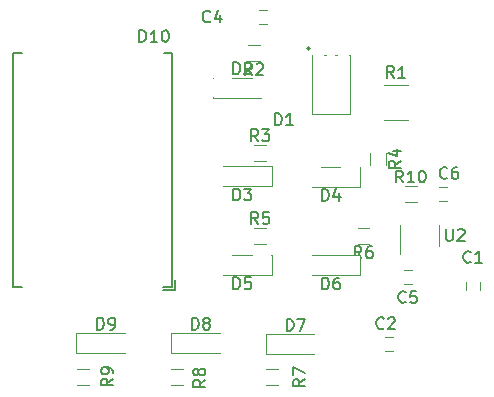
<source format=gto>
G04 #@! TF.GenerationSoftware,KiCad,Pcbnew,(5.1.9)-1*
G04 #@! TF.CreationDate,2021-02-18T19:59:53-05:00*
G04 #@! TF.ProjectId,Dash_Warning_Panel,44617368-5f57-4617-926e-696e675f5061,rev?*
G04 #@! TF.SameCoordinates,Original*
G04 #@! TF.FileFunction,Legend,Top*
G04 #@! TF.FilePolarity,Positive*
%FSLAX46Y46*%
G04 Gerber Fmt 4.6, Leading zero omitted, Abs format (unit mm)*
G04 Created by KiCad (PCBNEW (5.1.9)-1) date 2021-02-18 19:59:53*
%MOMM*%
%LPD*%
G01*
G04 APERTURE LIST*
%ADD10C,0.200000*%
%ADD11C,0.120000*%
%ADD12C,0.150000*%
%ADD13C,1.701600*%
%ADD14C,1.351600*%
%ADD15C,2.301600*%
G04 APERTURE END LIST*
D10*
X203195000Y-114152000D02*
G75*
G03*
X203195000Y-114152000I-100000J0D01*
G01*
D11*
X203400000Y-114700000D02*
X203400000Y-119700000D01*
X206600000Y-114700000D02*
X206600000Y-119700000D01*
X206600000Y-114700000D02*
X203400000Y-114700000D01*
X203400000Y-119700000D02*
X206600000Y-119700000D01*
X209500000Y-117270000D02*
X211500000Y-117270000D01*
X211500000Y-120230000D02*
X209500000Y-120230000D01*
D12*
X190881000Y-114554000D02*
X191516000Y-114554000D01*
X191516000Y-114554000D02*
X191516000Y-134366000D01*
X191516000Y-134366000D02*
X190754000Y-134366000D01*
X190754000Y-134620000D02*
X191770000Y-134620000D01*
X191770000Y-134620000D02*
X191770000Y-133731000D01*
X178816000Y-134366000D02*
X178054000Y-134366000D01*
X178054000Y-134366000D02*
X178054000Y-114554000D01*
X178054000Y-114554000D02*
X178816000Y-114554000D01*
D11*
X216400000Y-134600000D02*
X216400000Y-133900000D01*
X217600000Y-133900000D02*
X217600000Y-134600000D01*
X209550000Y-138600000D02*
X210250000Y-138600000D01*
X210250000Y-139800000D02*
X209550000Y-139800000D01*
X198900000Y-110900000D02*
X199600000Y-110900000D01*
X199600000Y-112100000D02*
X198900000Y-112100000D01*
X211150000Y-132900000D02*
X211850000Y-132900000D01*
X211850000Y-134100000D02*
X211150000Y-134100000D01*
X214850000Y-127100000D02*
X214150000Y-127100000D01*
X214150000Y-125900000D02*
X214850000Y-125900000D01*
X214110000Y-130900000D02*
X214110000Y-129100000D01*
X210890000Y-129100000D02*
X210890000Y-131550000D01*
X195035000Y-116625000D02*
X199085000Y-116625000D01*
X195035000Y-118325000D02*
X199085000Y-118325000D01*
X194985000Y-116625000D02*
X194985000Y-118325000D01*
X199985000Y-125825000D02*
X199985000Y-124125000D01*
X199935000Y-124125000D02*
X195885000Y-124125000D01*
X199935000Y-125825000D02*
X195885000Y-125825000D01*
X207450000Y-125850000D02*
X203400000Y-125850000D01*
X207450000Y-124150000D02*
X203400000Y-124150000D01*
X207500000Y-125850000D02*
X207500000Y-124150000D01*
X199985000Y-133325000D02*
X199985000Y-131625000D01*
X199935000Y-131625000D02*
X195885000Y-131625000D01*
X199935000Y-133325000D02*
X195885000Y-133325000D01*
X207500000Y-133350000D02*
X207500000Y-131650000D01*
X207450000Y-131650000D02*
X203400000Y-131650000D01*
X207450000Y-133350000D02*
X203400000Y-133350000D01*
X199550000Y-138350000D02*
X203600000Y-138350000D01*
X199550000Y-140050000D02*
X203600000Y-140050000D01*
X199500000Y-138350000D02*
X199500000Y-140050000D01*
X191475000Y-138250000D02*
X191475000Y-139950000D01*
X191525000Y-139950000D02*
X195575000Y-139950000D01*
X191525000Y-138250000D02*
X195575000Y-138250000D01*
X183500000Y-138250000D02*
X187550000Y-138250000D01*
X183500000Y-139950000D02*
X187550000Y-139950000D01*
X183450000Y-138250000D02*
X183450000Y-139950000D01*
X199000000Y-115180000D02*
X198000000Y-115180000D01*
X198000000Y-113820000D02*
X199000000Y-113820000D01*
X198500000Y-122320000D02*
X199500000Y-122320000D01*
X199500000Y-123680000D02*
X198500000Y-123680000D01*
X209680000Y-123000000D02*
X209680000Y-124000000D01*
X208320000Y-124000000D02*
X208320000Y-123000000D01*
X199500000Y-130680000D02*
X198500000Y-130680000D01*
X198500000Y-129320000D02*
X199500000Y-129320000D01*
X207250000Y-129320000D02*
X208250000Y-129320000D01*
X208250000Y-130680000D02*
X207250000Y-130680000D01*
X199500000Y-141320000D02*
X200500000Y-141320000D01*
X200500000Y-142680000D02*
X199500000Y-142680000D01*
X192500000Y-142680000D02*
X191500000Y-142680000D01*
X191500000Y-141320000D02*
X192500000Y-141320000D01*
X184500000Y-142680000D02*
X183500000Y-142680000D01*
X183500000Y-141320000D02*
X184500000Y-141320000D01*
X211250000Y-125820000D02*
X212250000Y-125820000D01*
X212250000Y-127180000D02*
X211250000Y-127180000D01*
D12*
X200261904Y-120652380D02*
X200261904Y-119652380D01*
X200500000Y-119652380D01*
X200642857Y-119700000D01*
X200738095Y-119795238D01*
X200785714Y-119890476D01*
X200833333Y-120080952D01*
X200833333Y-120223809D01*
X200785714Y-120414285D01*
X200738095Y-120509523D01*
X200642857Y-120604761D01*
X200500000Y-120652380D01*
X200261904Y-120652380D01*
X201785714Y-120652380D02*
X201214285Y-120652380D01*
X201500000Y-120652380D02*
X201500000Y-119652380D01*
X201404761Y-119795238D01*
X201309523Y-119890476D01*
X201214285Y-119938095D01*
X210333333Y-116657380D02*
X210000000Y-116181190D01*
X209761904Y-116657380D02*
X209761904Y-115657380D01*
X210142857Y-115657380D01*
X210238095Y-115705000D01*
X210285714Y-115752619D01*
X210333333Y-115847857D01*
X210333333Y-115990714D01*
X210285714Y-116085952D01*
X210238095Y-116133571D01*
X210142857Y-116181190D01*
X209761904Y-116181190D01*
X211285714Y-116657380D02*
X210714285Y-116657380D01*
X211000000Y-116657380D02*
X211000000Y-115657380D01*
X210904761Y-115800238D01*
X210809523Y-115895476D01*
X210714285Y-115943095D01*
X188777714Y-113609380D02*
X188777714Y-112609380D01*
X189015809Y-112609380D01*
X189158666Y-112657000D01*
X189253904Y-112752238D01*
X189301523Y-112847476D01*
X189349142Y-113037952D01*
X189349142Y-113180809D01*
X189301523Y-113371285D01*
X189253904Y-113466523D01*
X189158666Y-113561761D01*
X189015809Y-113609380D01*
X188777714Y-113609380D01*
X190301523Y-113609380D02*
X189730095Y-113609380D01*
X190015809Y-113609380D02*
X190015809Y-112609380D01*
X189920571Y-112752238D01*
X189825333Y-112847476D01*
X189730095Y-112895095D01*
X190920571Y-112609380D02*
X191015809Y-112609380D01*
X191111047Y-112657000D01*
X191158666Y-112704619D01*
X191206285Y-112799857D01*
X191253904Y-112990333D01*
X191253904Y-113228428D01*
X191206285Y-113418904D01*
X191158666Y-113514142D01*
X191111047Y-113561761D01*
X191015809Y-113609380D01*
X190920571Y-113609380D01*
X190825333Y-113561761D01*
X190777714Y-113514142D01*
X190730095Y-113418904D01*
X190682476Y-113228428D01*
X190682476Y-112990333D01*
X190730095Y-112799857D01*
X190777714Y-112704619D01*
X190825333Y-112657000D01*
X190920571Y-112609380D01*
X216833333Y-132207142D02*
X216785714Y-132254761D01*
X216642857Y-132302380D01*
X216547619Y-132302380D01*
X216404761Y-132254761D01*
X216309523Y-132159523D01*
X216261904Y-132064285D01*
X216214285Y-131873809D01*
X216214285Y-131730952D01*
X216261904Y-131540476D01*
X216309523Y-131445238D01*
X216404761Y-131350000D01*
X216547619Y-131302380D01*
X216642857Y-131302380D01*
X216785714Y-131350000D01*
X216833333Y-131397619D01*
X217785714Y-132302380D02*
X217214285Y-132302380D01*
X217500000Y-132302380D02*
X217500000Y-131302380D01*
X217404761Y-131445238D01*
X217309523Y-131540476D01*
X217214285Y-131588095D01*
X209473333Y-137832142D02*
X209425714Y-137879761D01*
X209282857Y-137927380D01*
X209187619Y-137927380D01*
X209044761Y-137879761D01*
X208949523Y-137784523D01*
X208901904Y-137689285D01*
X208854285Y-137498809D01*
X208854285Y-137355952D01*
X208901904Y-137165476D01*
X208949523Y-137070238D01*
X209044761Y-136975000D01*
X209187619Y-136927380D01*
X209282857Y-136927380D01*
X209425714Y-136975000D01*
X209473333Y-137022619D01*
X209854285Y-137022619D02*
X209901904Y-136975000D01*
X209997142Y-136927380D01*
X210235238Y-136927380D01*
X210330476Y-136975000D01*
X210378095Y-137022619D01*
X210425714Y-137117857D01*
X210425714Y-137213095D01*
X210378095Y-137355952D01*
X209806666Y-137927380D01*
X210425714Y-137927380D01*
X194778333Y-111857142D02*
X194730714Y-111904761D01*
X194587857Y-111952380D01*
X194492619Y-111952380D01*
X194349761Y-111904761D01*
X194254523Y-111809523D01*
X194206904Y-111714285D01*
X194159285Y-111523809D01*
X194159285Y-111380952D01*
X194206904Y-111190476D01*
X194254523Y-111095238D01*
X194349761Y-111000000D01*
X194492619Y-110952380D01*
X194587857Y-110952380D01*
X194730714Y-111000000D01*
X194778333Y-111047619D01*
X195635476Y-111285714D02*
X195635476Y-111952380D01*
X195397380Y-110904761D02*
X195159285Y-111619047D01*
X195778333Y-111619047D01*
X211333333Y-135607142D02*
X211285714Y-135654761D01*
X211142857Y-135702380D01*
X211047619Y-135702380D01*
X210904761Y-135654761D01*
X210809523Y-135559523D01*
X210761904Y-135464285D01*
X210714285Y-135273809D01*
X210714285Y-135130952D01*
X210761904Y-134940476D01*
X210809523Y-134845238D01*
X210904761Y-134750000D01*
X211047619Y-134702380D01*
X211142857Y-134702380D01*
X211285714Y-134750000D01*
X211333333Y-134797619D01*
X212238095Y-134702380D02*
X211761904Y-134702380D01*
X211714285Y-135178571D01*
X211761904Y-135130952D01*
X211857142Y-135083333D01*
X212095238Y-135083333D01*
X212190476Y-135130952D01*
X212238095Y-135178571D01*
X212285714Y-135273809D01*
X212285714Y-135511904D01*
X212238095Y-135607142D01*
X212190476Y-135654761D01*
X212095238Y-135702380D01*
X211857142Y-135702380D01*
X211761904Y-135654761D01*
X211714285Y-135607142D01*
X214833333Y-125107142D02*
X214785714Y-125154761D01*
X214642857Y-125202380D01*
X214547619Y-125202380D01*
X214404761Y-125154761D01*
X214309523Y-125059523D01*
X214261904Y-124964285D01*
X214214285Y-124773809D01*
X214214285Y-124630952D01*
X214261904Y-124440476D01*
X214309523Y-124345238D01*
X214404761Y-124250000D01*
X214547619Y-124202380D01*
X214642857Y-124202380D01*
X214785714Y-124250000D01*
X214833333Y-124297619D01*
X215690476Y-124202380D02*
X215500000Y-124202380D01*
X215404761Y-124250000D01*
X215357142Y-124297619D01*
X215261904Y-124440476D01*
X215214285Y-124630952D01*
X215214285Y-125011904D01*
X215261904Y-125107142D01*
X215309523Y-125154761D01*
X215404761Y-125202380D01*
X215595238Y-125202380D01*
X215690476Y-125154761D01*
X215738095Y-125107142D01*
X215785714Y-125011904D01*
X215785714Y-124773809D01*
X215738095Y-124678571D01*
X215690476Y-124630952D01*
X215595238Y-124583333D01*
X215404761Y-124583333D01*
X215309523Y-124630952D01*
X215261904Y-124678571D01*
X215214285Y-124773809D01*
X214738095Y-129452380D02*
X214738095Y-130261904D01*
X214785714Y-130357142D01*
X214833333Y-130404761D01*
X214928571Y-130452380D01*
X215119047Y-130452380D01*
X215214285Y-130404761D01*
X215261904Y-130357142D01*
X215309523Y-130261904D01*
X215309523Y-129452380D01*
X215738095Y-129547619D02*
X215785714Y-129500000D01*
X215880952Y-129452380D01*
X216119047Y-129452380D01*
X216214285Y-129500000D01*
X216261904Y-129547619D01*
X216309523Y-129642857D01*
X216309523Y-129738095D01*
X216261904Y-129880952D01*
X215690476Y-130452380D01*
X216309523Y-130452380D01*
X196746904Y-116327380D02*
X196746904Y-115327380D01*
X196985000Y-115327380D01*
X197127857Y-115375000D01*
X197223095Y-115470238D01*
X197270714Y-115565476D01*
X197318333Y-115755952D01*
X197318333Y-115898809D01*
X197270714Y-116089285D01*
X197223095Y-116184523D01*
X197127857Y-116279761D01*
X196985000Y-116327380D01*
X196746904Y-116327380D01*
X197699285Y-115422619D02*
X197746904Y-115375000D01*
X197842142Y-115327380D01*
X198080238Y-115327380D01*
X198175476Y-115375000D01*
X198223095Y-115422619D01*
X198270714Y-115517857D01*
X198270714Y-115613095D01*
X198223095Y-115755952D01*
X197651666Y-116327380D01*
X198270714Y-116327380D01*
X196746904Y-127027380D02*
X196746904Y-126027380D01*
X196985000Y-126027380D01*
X197127857Y-126075000D01*
X197223095Y-126170238D01*
X197270714Y-126265476D01*
X197318333Y-126455952D01*
X197318333Y-126598809D01*
X197270714Y-126789285D01*
X197223095Y-126884523D01*
X197127857Y-126979761D01*
X196985000Y-127027380D01*
X196746904Y-127027380D01*
X197651666Y-126027380D02*
X198270714Y-126027380D01*
X197937380Y-126408333D01*
X198080238Y-126408333D01*
X198175476Y-126455952D01*
X198223095Y-126503571D01*
X198270714Y-126598809D01*
X198270714Y-126836904D01*
X198223095Y-126932142D01*
X198175476Y-126979761D01*
X198080238Y-127027380D01*
X197794523Y-127027380D01*
X197699285Y-126979761D01*
X197651666Y-126932142D01*
X204261904Y-127052380D02*
X204261904Y-126052380D01*
X204500000Y-126052380D01*
X204642857Y-126100000D01*
X204738095Y-126195238D01*
X204785714Y-126290476D01*
X204833333Y-126480952D01*
X204833333Y-126623809D01*
X204785714Y-126814285D01*
X204738095Y-126909523D01*
X204642857Y-127004761D01*
X204500000Y-127052380D01*
X204261904Y-127052380D01*
X205690476Y-126385714D02*
X205690476Y-127052380D01*
X205452380Y-126004761D02*
X205214285Y-126719047D01*
X205833333Y-126719047D01*
X196746904Y-134527380D02*
X196746904Y-133527380D01*
X196985000Y-133527380D01*
X197127857Y-133575000D01*
X197223095Y-133670238D01*
X197270714Y-133765476D01*
X197318333Y-133955952D01*
X197318333Y-134098809D01*
X197270714Y-134289285D01*
X197223095Y-134384523D01*
X197127857Y-134479761D01*
X196985000Y-134527380D01*
X196746904Y-134527380D01*
X198223095Y-133527380D02*
X197746904Y-133527380D01*
X197699285Y-134003571D01*
X197746904Y-133955952D01*
X197842142Y-133908333D01*
X198080238Y-133908333D01*
X198175476Y-133955952D01*
X198223095Y-134003571D01*
X198270714Y-134098809D01*
X198270714Y-134336904D01*
X198223095Y-134432142D01*
X198175476Y-134479761D01*
X198080238Y-134527380D01*
X197842142Y-134527380D01*
X197746904Y-134479761D01*
X197699285Y-134432142D01*
X204261904Y-134552380D02*
X204261904Y-133552380D01*
X204500000Y-133552380D01*
X204642857Y-133600000D01*
X204738095Y-133695238D01*
X204785714Y-133790476D01*
X204833333Y-133980952D01*
X204833333Y-134123809D01*
X204785714Y-134314285D01*
X204738095Y-134409523D01*
X204642857Y-134504761D01*
X204500000Y-134552380D01*
X204261904Y-134552380D01*
X205690476Y-133552380D02*
X205500000Y-133552380D01*
X205404761Y-133600000D01*
X205357142Y-133647619D01*
X205261904Y-133790476D01*
X205214285Y-133980952D01*
X205214285Y-134361904D01*
X205261904Y-134457142D01*
X205309523Y-134504761D01*
X205404761Y-134552380D01*
X205595238Y-134552380D01*
X205690476Y-134504761D01*
X205738095Y-134457142D01*
X205785714Y-134361904D01*
X205785714Y-134123809D01*
X205738095Y-134028571D01*
X205690476Y-133980952D01*
X205595238Y-133933333D01*
X205404761Y-133933333D01*
X205309523Y-133980952D01*
X205261904Y-134028571D01*
X205214285Y-134123809D01*
X201261904Y-138052380D02*
X201261904Y-137052380D01*
X201500000Y-137052380D01*
X201642857Y-137100000D01*
X201738095Y-137195238D01*
X201785714Y-137290476D01*
X201833333Y-137480952D01*
X201833333Y-137623809D01*
X201785714Y-137814285D01*
X201738095Y-137909523D01*
X201642857Y-138004761D01*
X201500000Y-138052380D01*
X201261904Y-138052380D01*
X202166666Y-137052380D02*
X202833333Y-137052380D01*
X202404761Y-138052380D01*
X193236904Y-137952380D02*
X193236904Y-136952380D01*
X193475000Y-136952380D01*
X193617857Y-137000000D01*
X193713095Y-137095238D01*
X193760714Y-137190476D01*
X193808333Y-137380952D01*
X193808333Y-137523809D01*
X193760714Y-137714285D01*
X193713095Y-137809523D01*
X193617857Y-137904761D01*
X193475000Y-137952380D01*
X193236904Y-137952380D01*
X194379761Y-137380952D02*
X194284523Y-137333333D01*
X194236904Y-137285714D01*
X194189285Y-137190476D01*
X194189285Y-137142857D01*
X194236904Y-137047619D01*
X194284523Y-137000000D01*
X194379761Y-136952380D01*
X194570238Y-136952380D01*
X194665476Y-137000000D01*
X194713095Y-137047619D01*
X194760714Y-137142857D01*
X194760714Y-137190476D01*
X194713095Y-137285714D01*
X194665476Y-137333333D01*
X194570238Y-137380952D01*
X194379761Y-137380952D01*
X194284523Y-137428571D01*
X194236904Y-137476190D01*
X194189285Y-137571428D01*
X194189285Y-137761904D01*
X194236904Y-137857142D01*
X194284523Y-137904761D01*
X194379761Y-137952380D01*
X194570238Y-137952380D01*
X194665476Y-137904761D01*
X194713095Y-137857142D01*
X194760714Y-137761904D01*
X194760714Y-137571428D01*
X194713095Y-137476190D01*
X194665476Y-137428571D01*
X194570238Y-137380952D01*
X185211904Y-137952380D02*
X185211904Y-136952380D01*
X185450000Y-136952380D01*
X185592857Y-137000000D01*
X185688095Y-137095238D01*
X185735714Y-137190476D01*
X185783333Y-137380952D01*
X185783333Y-137523809D01*
X185735714Y-137714285D01*
X185688095Y-137809523D01*
X185592857Y-137904761D01*
X185450000Y-137952380D01*
X185211904Y-137952380D01*
X186259523Y-137952380D02*
X186450000Y-137952380D01*
X186545238Y-137904761D01*
X186592857Y-137857142D01*
X186688095Y-137714285D01*
X186735714Y-137523809D01*
X186735714Y-137142857D01*
X186688095Y-137047619D01*
X186640476Y-137000000D01*
X186545238Y-136952380D01*
X186354761Y-136952380D01*
X186259523Y-137000000D01*
X186211904Y-137047619D01*
X186164285Y-137142857D01*
X186164285Y-137380952D01*
X186211904Y-137476190D01*
X186259523Y-137523809D01*
X186354761Y-137571428D01*
X186545238Y-137571428D01*
X186640476Y-137523809D01*
X186688095Y-137476190D01*
X186735714Y-137380952D01*
X198333333Y-116402380D02*
X198000000Y-115926190D01*
X197761904Y-116402380D02*
X197761904Y-115402380D01*
X198142857Y-115402380D01*
X198238095Y-115450000D01*
X198285714Y-115497619D01*
X198333333Y-115592857D01*
X198333333Y-115735714D01*
X198285714Y-115830952D01*
X198238095Y-115878571D01*
X198142857Y-115926190D01*
X197761904Y-115926190D01*
X198714285Y-115497619D02*
X198761904Y-115450000D01*
X198857142Y-115402380D01*
X199095238Y-115402380D01*
X199190476Y-115450000D01*
X199238095Y-115497619D01*
X199285714Y-115592857D01*
X199285714Y-115688095D01*
X199238095Y-115830952D01*
X198666666Y-116402380D01*
X199285714Y-116402380D01*
X198833333Y-122002380D02*
X198500000Y-121526190D01*
X198261904Y-122002380D02*
X198261904Y-121002380D01*
X198642857Y-121002380D01*
X198738095Y-121050000D01*
X198785714Y-121097619D01*
X198833333Y-121192857D01*
X198833333Y-121335714D01*
X198785714Y-121430952D01*
X198738095Y-121478571D01*
X198642857Y-121526190D01*
X198261904Y-121526190D01*
X199166666Y-121002380D02*
X199785714Y-121002380D01*
X199452380Y-121383333D01*
X199595238Y-121383333D01*
X199690476Y-121430952D01*
X199738095Y-121478571D01*
X199785714Y-121573809D01*
X199785714Y-121811904D01*
X199738095Y-121907142D01*
X199690476Y-121954761D01*
X199595238Y-122002380D01*
X199309523Y-122002380D01*
X199214285Y-121954761D01*
X199166666Y-121907142D01*
X210902380Y-123666666D02*
X210426190Y-124000000D01*
X210902380Y-124238095D02*
X209902380Y-124238095D01*
X209902380Y-123857142D01*
X209950000Y-123761904D01*
X209997619Y-123714285D01*
X210092857Y-123666666D01*
X210235714Y-123666666D01*
X210330952Y-123714285D01*
X210378571Y-123761904D01*
X210426190Y-123857142D01*
X210426190Y-124238095D01*
X210235714Y-122809523D02*
X210902380Y-122809523D01*
X209854761Y-123047619D02*
X210569047Y-123285714D01*
X210569047Y-122666666D01*
X198833333Y-129002380D02*
X198500000Y-128526190D01*
X198261904Y-129002380D02*
X198261904Y-128002380D01*
X198642857Y-128002380D01*
X198738095Y-128050000D01*
X198785714Y-128097619D01*
X198833333Y-128192857D01*
X198833333Y-128335714D01*
X198785714Y-128430952D01*
X198738095Y-128478571D01*
X198642857Y-128526190D01*
X198261904Y-128526190D01*
X199738095Y-128002380D02*
X199261904Y-128002380D01*
X199214285Y-128478571D01*
X199261904Y-128430952D01*
X199357142Y-128383333D01*
X199595238Y-128383333D01*
X199690476Y-128430952D01*
X199738095Y-128478571D01*
X199785714Y-128573809D01*
X199785714Y-128811904D01*
X199738095Y-128907142D01*
X199690476Y-128954761D01*
X199595238Y-129002380D01*
X199357142Y-129002380D01*
X199261904Y-128954761D01*
X199214285Y-128907142D01*
X207583333Y-131902380D02*
X207250000Y-131426190D01*
X207011904Y-131902380D02*
X207011904Y-130902380D01*
X207392857Y-130902380D01*
X207488095Y-130950000D01*
X207535714Y-130997619D01*
X207583333Y-131092857D01*
X207583333Y-131235714D01*
X207535714Y-131330952D01*
X207488095Y-131378571D01*
X207392857Y-131426190D01*
X207011904Y-131426190D01*
X208440476Y-130902380D02*
X208250000Y-130902380D01*
X208154761Y-130950000D01*
X208107142Y-130997619D01*
X208011904Y-131140476D01*
X207964285Y-131330952D01*
X207964285Y-131711904D01*
X208011904Y-131807142D01*
X208059523Y-131854761D01*
X208154761Y-131902380D01*
X208345238Y-131902380D01*
X208440476Y-131854761D01*
X208488095Y-131807142D01*
X208535714Y-131711904D01*
X208535714Y-131473809D01*
X208488095Y-131378571D01*
X208440476Y-131330952D01*
X208345238Y-131283333D01*
X208154761Y-131283333D01*
X208059523Y-131330952D01*
X208011904Y-131378571D01*
X207964285Y-131473809D01*
X202802380Y-142166666D02*
X202326190Y-142500000D01*
X202802380Y-142738095D02*
X201802380Y-142738095D01*
X201802380Y-142357142D01*
X201850000Y-142261904D01*
X201897619Y-142214285D01*
X201992857Y-142166666D01*
X202135714Y-142166666D01*
X202230952Y-142214285D01*
X202278571Y-142261904D01*
X202326190Y-142357142D01*
X202326190Y-142738095D01*
X201802380Y-141833333D02*
X201802380Y-141166666D01*
X202802380Y-141595238D01*
X194352380Y-142216666D02*
X193876190Y-142550000D01*
X194352380Y-142788095D02*
X193352380Y-142788095D01*
X193352380Y-142407142D01*
X193400000Y-142311904D01*
X193447619Y-142264285D01*
X193542857Y-142216666D01*
X193685714Y-142216666D01*
X193780952Y-142264285D01*
X193828571Y-142311904D01*
X193876190Y-142407142D01*
X193876190Y-142788095D01*
X193780952Y-141645238D02*
X193733333Y-141740476D01*
X193685714Y-141788095D01*
X193590476Y-141835714D01*
X193542857Y-141835714D01*
X193447619Y-141788095D01*
X193400000Y-141740476D01*
X193352380Y-141645238D01*
X193352380Y-141454761D01*
X193400000Y-141359523D01*
X193447619Y-141311904D01*
X193542857Y-141264285D01*
X193590476Y-141264285D01*
X193685714Y-141311904D01*
X193733333Y-141359523D01*
X193780952Y-141454761D01*
X193780952Y-141645238D01*
X193828571Y-141740476D01*
X193876190Y-141788095D01*
X193971428Y-141835714D01*
X194161904Y-141835714D01*
X194257142Y-141788095D01*
X194304761Y-141740476D01*
X194352380Y-141645238D01*
X194352380Y-141454761D01*
X194304761Y-141359523D01*
X194257142Y-141311904D01*
X194161904Y-141264285D01*
X193971428Y-141264285D01*
X193876190Y-141311904D01*
X193828571Y-141359523D01*
X193780952Y-141454761D01*
X186552380Y-142116666D02*
X186076190Y-142450000D01*
X186552380Y-142688095D02*
X185552380Y-142688095D01*
X185552380Y-142307142D01*
X185600000Y-142211904D01*
X185647619Y-142164285D01*
X185742857Y-142116666D01*
X185885714Y-142116666D01*
X185980952Y-142164285D01*
X186028571Y-142211904D01*
X186076190Y-142307142D01*
X186076190Y-142688095D01*
X186552380Y-141640476D02*
X186552380Y-141450000D01*
X186504761Y-141354761D01*
X186457142Y-141307142D01*
X186314285Y-141211904D01*
X186123809Y-141164285D01*
X185742857Y-141164285D01*
X185647619Y-141211904D01*
X185600000Y-141259523D01*
X185552380Y-141354761D01*
X185552380Y-141545238D01*
X185600000Y-141640476D01*
X185647619Y-141688095D01*
X185742857Y-141735714D01*
X185980952Y-141735714D01*
X186076190Y-141688095D01*
X186123809Y-141640476D01*
X186171428Y-141545238D01*
X186171428Y-141354761D01*
X186123809Y-141259523D01*
X186076190Y-141211904D01*
X185980952Y-141164285D01*
X211107142Y-125502380D02*
X210773809Y-125026190D01*
X210535714Y-125502380D02*
X210535714Y-124502380D01*
X210916666Y-124502380D01*
X211011904Y-124550000D01*
X211059523Y-124597619D01*
X211107142Y-124692857D01*
X211107142Y-124835714D01*
X211059523Y-124930952D01*
X211011904Y-124978571D01*
X210916666Y-125026190D01*
X210535714Y-125026190D01*
X212059523Y-125502380D02*
X211488095Y-125502380D01*
X211773809Y-125502380D02*
X211773809Y-124502380D01*
X211678571Y-124645238D01*
X211583333Y-124740476D01*
X211488095Y-124788095D01*
X212678571Y-124502380D02*
X212773809Y-124502380D01*
X212869047Y-124550000D01*
X212916666Y-124597619D01*
X212964285Y-124692857D01*
X213011904Y-124883333D01*
X213011904Y-125121428D01*
X212964285Y-125311904D01*
X212916666Y-125407142D01*
X212869047Y-125454761D01*
X212773809Y-125502380D01*
X212678571Y-125502380D01*
X212583333Y-125454761D01*
X212535714Y-125407142D01*
X212488095Y-125311904D01*
X212440476Y-125121428D01*
X212440476Y-124883333D01*
X212488095Y-124692857D01*
X212535714Y-124597619D01*
X212583333Y-124550000D01*
X212678571Y-124502380D01*
%LPC*%
G36*
G01*
X206500800Y-118050000D02*
X206500800Y-119650000D01*
G75*
G02*
X206450000Y-119700800I-50800J0D01*
G01*
X205650000Y-119700800D01*
G75*
G02*
X205599200Y-119650000I0J50800D01*
G01*
X205599200Y-118050000D01*
G75*
G02*
X205650000Y-117999200I50800J0D01*
G01*
X206450000Y-117999200D01*
G75*
G02*
X206500800Y-118050000I0J-50800D01*
G01*
G37*
G36*
G01*
X206500800Y-114750000D02*
X206500800Y-116350000D01*
G75*
G02*
X206450000Y-116400800I-50800J0D01*
G01*
X205650000Y-116400800D01*
G75*
G02*
X205599200Y-116350000I0J50800D01*
G01*
X205599200Y-114750000D01*
G75*
G02*
X205650000Y-114699200I50800J0D01*
G01*
X206450000Y-114699200D01*
G75*
G02*
X206500800Y-114750000I0J-50800D01*
G01*
G37*
G36*
G01*
X204400800Y-114750000D02*
X204400800Y-116350000D01*
G75*
G02*
X204350000Y-116400800I-50800J0D01*
G01*
X203550000Y-116400800D01*
G75*
G02*
X203499200Y-116350000I0J50800D01*
G01*
X203499200Y-114750000D01*
G75*
G02*
X203550000Y-114699200I50800J0D01*
G01*
X204350000Y-114699200D01*
G75*
G02*
X204400800Y-114750000I0J-50800D01*
G01*
G37*
G36*
G01*
X204400800Y-118050000D02*
X204400800Y-119650000D01*
G75*
G02*
X204350000Y-119700800I-50800J0D01*
G01*
X203550000Y-119700800D01*
G75*
G02*
X203499200Y-119650000I0J50800D01*
G01*
X203499200Y-118050000D01*
G75*
G02*
X203550000Y-117999200I50800J0D01*
G01*
X204350000Y-117999200D01*
G75*
G02*
X204400800Y-118050000I0J-50800D01*
G01*
G37*
G36*
G01*
X205350800Y-114750000D02*
X205350800Y-116350000D01*
G75*
G02*
X205300000Y-116400800I-50800J0D01*
G01*
X204700000Y-116400800D01*
G75*
G02*
X204649200Y-116350000I0J50800D01*
G01*
X204649200Y-114750000D01*
G75*
G02*
X204700000Y-114699200I50800J0D01*
G01*
X205300000Y-114699200D01*
G75*
G02*
X205350800Y-114750000I0J-50800D01*
G01*
G37*
G36*
G01*
X205350800Y-118050000D02*
X205350800Y-119650000D01*
G75*
G02*
X205300000Y-119700800I-50800J0D01*
G01*
X204700000Y-119700800D01*
G75*
G02*
X204649200Y-119650000I0J50800D01*
G01*
X204649200Y-118050000D01*
G75*
G02*
X204700000Y-117999200I50800J0D01*
G01*
X205300000Y-117999200D01*
G75*
G02*
X205350800Y-118050000I0J-50800D01*
G01*
G37*
D13*
X219000000Y-121000000D03*
X219000000Y-123000000D03*
X219000000Y-125000000D03*
X219000000Y-127000000D03*
X219000000Y-129000000D03*
X219000000Y-131000000D03*
X219000000Y-133000000D03*
X219000000Y-135000000D03*
G36*
G01*
X208549200Y-120000000D02*
X208549200Y-117500000D01*
G75*
G02*
X208600000Y-117449200I50800J0D01*
G01*
X209500000Y-117449200D01*
G75*
G02*
X209550800Y-117500000I0J-50800D01*
G01*
X209550800Y-120000000D01*
G75*
G02*
X209500000Y-120050800I-50800J0D01*
G01*
X208600000Y-120050800D01*
G75*
G02*
X208549200Y-120000000I0J50800D01*
G01*
G37*
G36*
G01*
X211449200Y-120000000D02*
X211449200Y-117500000D01*
G75*
G02*
X211500000Y-117449200I50800J0D01*
G01*
X212400000Y-117449200D01*
G75*
G02*
X212450800Y-117500000I0J-50800D01*
G01*
X212450800Y-120000000D01*
G75*
G02*
X212400000Y-120050800I-50800J0D01*
G01*
X211500000Y-120050800D01*
G75*
G02*
X211449200Y-120000000I0J50800D01*
G01*
G37*
D14*
X182245000Y-133960000D03*
X187325000Y-133960000D03*
X189865000Y-133960000D03*
X179705000Y-133960000D03*
X184785000Y-133960000D03*
X187325000Y-114960000D03*
X189865000Y-114960000D03*
X179705000Y-114960000D03*
X182245000Y-114960000D03*
X184785000Y-114960000D03*
D15*
X216000000Y-116000000D03*
X172000000Y-116000000D03*
X216000000Y-140000000D03*
X172000000Y-140000000D03*
G36*
G01*
X217375000Y-133950800D02*
X216625000Y-133950800D01*
G75*
G02*
X216574200Y-133900000I0J50800D01*
G01*
X216574200Y-133100000D01*
G75*
G02*
X216625000Y-133049200I50800J0D01*
G01*
X217375000Y-133049200D01*
G75*
G02*
X217425800Y-133100000I0J-50800D01*
G01*
X217425800Y-133900000D01*
G75*
G02*
X217375000Y-133950800I-50800J0D01*
G01*
G37*
G36*
G01*
X217375000Y-135450800D02*
X216625000Y-135450800D01*
G75*
G02*
X216574200Y-135400000I0J50800D01*
G01*
X216574200Y-134600000D01*
G75*
G02*
X216625000Y-134549200I50800J0D01*
G01*
X217375000Y-134549200D01*
G75*
G02*
X217425800Y-134600000I0J-50800D01*
G01*
X217425800Y-135400000D01*
G75*
G02*
X217375000Y-135450800I-50800J0D01*
G01*
G37*
G36*
G01*
X210199200Y-139575000D02*
X210199200Y-138825000D01*
G75*
G02*
X210250000Y-138774200I50800J0D01*
G01*
X211050000Y-138774200D01*
G75*
G02*
X211100800Y-138825000I0J-50800D01*
G01*
X211100800Y-139575000D01*
G75*
G02*
X211050000Y-139625800I-50800J0D01*
G01*
X210250000Y-139625800D01*
G75*
G02*
X210199200Y-139575000I0J50800D01*
G01*
G37*
G36*
G01*
X208699200Y-139575000D02*
X208699200Y-138825000D01*
G75*
G02*
X208750000Y-138774200I50800J0D01*
G01*
X209550000Y-138774200D01*
G75*
G02*
X209600800Y-138825000I0J-50800D01*
G01*
X209600800Y-139575000D01*
G75*
G02*
X209550000Y-139625800I-50800J0D01*
G01*
X208750000Y-139625800D01*
G75*
G02*
X208699200Y-139575000I0J50800D01*
G01*
G37*
G36*
G01*
X200450800Y-111125000D02*
X200450800Y-111875000D01*
G75*
G02*
X200400000Y-111925800I-50800J0D01*
G01*
X199600000Y-111925800D01*
G75*
G02*
X199549200Y-111875000I0J50800D01*
G01*
X199549200Y-111125000D01*
G75*
G02*
X199600000Y-111074200I50800J0D01*
G01*
X200400000Y-111074200D01*
G75*
G02*
X200450800Y-111125000I0J-50800D01*
G01*
G37*
G36*
G01*
X198950800Y-111125000D02*
X198950800Y-111875000D01*
G75*
G02*
X198900000Y-111925800I-50800J0D01*
G01*
X198100000Y-111925800D01*
G75*
G02*
X198049200Y-111875000I0J50800D01*
G01*
X198049200Y-111125000D01*
G75*
G02*
X198100000Y-111074200I50800J0D01*
G01*
X198900000Y-111074200D01*
G75*
G02*
X198950800Y-111125000I0J-50800D01*
G01*
G37*
G36*
G01*
X212700800Y-133125000D02*
X212700800Y-133875000D01*
G75*
G02*
X212650000Y-133925800I-50800J0D01*
G01*
X211850000Y-133925800D01*
G75*
G02*
X211799200Y-133875000I0J50800D01*
G01*
X211799200Y-133125000D01*
G75*
G02*
X211850000Y-133074200I50800J0D01*
G01*
X212650000Y-133074200D01*
G75*
G02*
X212700800Y-133125000I0J-50800D01*
G01*
G37*
G36*
G01*
X211200800Y-133125000D02*
X211200800Y-133875000D01*
G75*
G02*
X211150000Y-133925800I-50800J0D01*
G01*
X210350000Y-133925800D01*
G75*
G02*
X210299200Y-133875000I0J50800D01*
G01*
X210299200Y-133125000D01*
G75*
G02*
X210350000Y-133074200I50800J0D01*
G01*
X211150000Y-133074200D01*
G75*
G02*
X211200800Y-133125000I0J-50800D01*
G01*
G37*
G36*
G01*
X214200800Y-126125000D02*
X214200800Y-126875000D01*
G75*
G02*
X214150000Y-126925800I-50800J0D01*
G01*
X213350000Y-126925800D01*
G75*
G02*
X213299200Y-126875000I0J50800D01*
G01*
X213299200Y-126125000D01*
G75*
G02*
X213350000Y-126074200I50800J0D01*
G01*
X214150000Y-126074200D01*
G75*
G02*
X214200800Y-126125000I0J-50800D01*
G01*
G37*
G36*
G01*
X215700800Y-126125000D02*
X215700800Y-126875000D01*
G75*
G02*
X215650000Y-126925800I-50800J0D01*
G01*
X214850000Y-126925800D01*
G75*
G02*
X214799200Y-126875000I0J50800D01*
G01*
X214799200Y-126125000D01*
G75*
G02*
X214850000Y-126074200I50800J0D01*
G01*
X215650000Y-126074200D01*
G75*
G02*
X215700800Y-126125000I0J-50800D01*
G01*
G37*
G36*
G01*
X212825000Y-129480800D02*
X212175000Y-129480800D01*
G75*
G02*
X212124200Y-129430000I0J50800D01*
G01*
X212124200Y-128370000D01*
G75*
G02*
X212175000Y-128319200I50800J0D01*
G01*
X212825000Y-128319200D01*
G75*
G02*
X212875800Y-128370000I0J-50800D01*
G01*
X212875800Y-129430000D01*
G75*
G02*
X212825000Y-129480800I-50800J0D01*
G01*
G37*
G36*
G01*
X211875000Y-129480800D02*
X211225000Y-129480800D01*
G75*
G02*
X211174200Y-129430000I0J50800D01*
G01*
X211174200Y-128370000D01*
G75*
G02*
X211225000Y-128319200I50800J0D01*
G01*
X211875000Y-128319200D01*
G75*
G02*
X211925800Y-128370000I0J-50800D01*
G01*
X211925800Y-129430000D01*
G75*
G02*
X211875000Y-129480800I-50800J0D01*
G01*
G37*
G36*
G01*
X213775000Y-129480800D02*
X213125000Y-129480800D01*
G75*
G02*
X213074200Y-129430000I0J50800D01*
G01*
X213074200Y-128370000D01*
G75*
G02*
X213125000Y-128319200I50800J0D01*
G01*
X213775000Y-128319200D01*
G75*
G02*
X213825800Y-128370000I0J-50800D01*
G01*
X213825800Y-129430000D01*
G75*
G02*
X213775000Y-129480800I-50800J0D01*
G01*
G37*
G36*
G01*
X213775000Y-131680800D02*
X213125000Y-131680800D01*
G75*
G02*
X213074200Y-131630000I0J50800D01*
G01*
X213074200Y-130570000D01*
G75*
G02*
X213125000Y-130519200I50800J0D01*
G01*
X213775000Y-130519200D01*
G75*
G02*
X213825800Y-130570000I0J-50800D01*
G01*
X213825800Y-131630000D01*
G75*
G02*
X213775000Y-131680800I-50800J0D01*
G01*
G37*
G36*
G01*
X212825000Y-131680800D02*
X212175000Y-131680800D01*
G75*
G02*
X212124200Y-131630000I0J50800D01*
G01*
X212124200Y-130570000D01*
G75*
G02*
X212175000Y-130519200I50800J0D01*
G01*
X212825000Y-130519200D01*
G75*
G02*
X212875800Y-130570000I0J-50800D01*
G01*
X212875800Y-131630000D01*
G75*
G02*
X212825000Y-131680800I-50800J0D01*
G01*
G37*
G36*
G01*
X211875000Y-131680800D02*
X211225000Y-131680800D01*
G75*
G02*
X211174200Y-131630000I0J50800D01*
G01*
X211174200Y-130570000D01*
G75*
G02*
X211225000Y-130519200I50800J0D01*
G01*
X211875000Y-130519200D01*
G75*
G02*
X211925800Y-130570000I0J-50800D01*
G01*
X211925800Y-131630000D01*
G75*
G02*
X211875000Y-131680800I-50800J0D01*
G01*
G37*
G36*
G01*
X199935800Y-116725000D02*
X199935800Y-118225000D01*
G75*
G02*
X199885000Y-118275800I-50800J0D01*
G01*
X198385000Y-118275800D01*
G75*
G02*
X198334200Y-118225000I0J50800D01*
G01*
X198334200Y-116725000D01*
G75*
G02*
X198385000Y-116674200I50800J0D01*
G01*
X199885000Y-116674200D01*
G75*
G02*
X199935800Y-116725000I0J-50800D01*
G01*
G37*
G36*
G01*
X196635800Y-116725000D02*
X196635800Y-118225000D01*
G75*
G02*
X196585000Y-118275800I-50800J0D01*
G01*
X195085000Y-118275800D01*
G75*
G02*
X195034200Y-118225000I0J50800D01*
G01*
X195034200Y-116725000D01*
G75*
G02*
X195085000Y-116674200I50800J0D01*
G01*
X196585000Y-116674200D01*
G75*
G02*
X196635800Y-116725000I0J-50800D01*
G01*
G37*
G36*
G01*
X198334200Y-125725000D02*
X198334200Y-124225000D01*
G75*
G02*
X198385000Y-124174200I50800J0D01*
G01*
X199885000Y-124174200D01*
G75*
G02*
X199935800Y-124225000I0J-50800D01*
G01*
X199935800Y-125725000D01*
G75*
G02*
X199885000Y-125775800I-50800J0D01*
G01*
X198385000Y-125775800D01*
G75*
G02*
X198334200Y-125725000I0J50800D01*
G01*
G37*
G36*
G01*
X195034200Y-125725000D02*
X195034200Y-124225000D01*
G75*
G02*
X195085000Y-124174200I50800J0D01*
G01*
X196585000Y-124174200D01*
G75*
G02*
X196635800Y-124225000I0J-50800D01*
G01*
X196635800Y-125725000D01*
G75*
G02*
X196585000Y-125775800I-50800J0D01*
G01*
X195085000Y-125775800D01*
G75*
G02*
X195034200Y-125725000I0J50800D01*
G01*
G37*
G36*
G01*
X202549200Y-125750000D02*
X202549200Y-124250000D01*
G75*
G02*
X202600000Y-124199200I50800J0D01*
G01*
X204100000Y-124199200D01*
G75*
G02*
X204150800Y-124250000I0J-50800D01*
G01*
X204150800Y-125750000D01*
G75*
G02*
X204100000Y-125800800I-50800J0D01*
G01*
X202600000Y-125800800D01*
G75*
G02*
X202549200Y-125750000I0J50800D01*
G01*
G37*
G36*
G01*
X205849200Y-125750000D02*
X205849200Y-124250000D01*
G75*
G02*
X205900000Y-124199200I50800J0D01*
G01*
X207400000Y-124199200D01*
G75*
G02*
X207450800Y-124250000I0J-50800D01*
G01*
X207450800Y-125750000D01*
G75*
G02*
X207400000Y-125800800I-50800J0D01*
G01*
X205900000Y-125800800D01*
G75*
G02*
X205849200Y-125750000I0J50800D01*
G01*
G37*
G36*
G01*
X198334200Y-133225000D02*
X198334200Y-131725000D01*
G75*
G02*
X198385000Y-131674200I50800J0D01*
G01*
X199885000Y-131674200D01*
G75*
G02*
X199935800Y-131725000I0J-50800D01*
G01*
X199935800Y-133225000D01*
G75*
G02*
X199885000Y-133275800I-50800J0D01*
G01*
X198385000Y-133275800D01*
G75*
G02*
X198334200Y-133225000I0J50800D01*
G01*
G37*
G36*
G01*
X195034200Y-133225000D02*
X195034200Y-131725000D01*
G75*
G02*
X195085000Y-131674200I50800J0D01*
G01*
X196585000Y-131674200D01*
G75*
G02*
X196635800Y-131725000I0J-50800D01*
G01*
X196635800Y-133225000D01*
G75*
G02*
X196585000Y-133275800I-50800J0D01*
G01*
X195085000Y-133275800D01*
G75*
G02*
X195034200Y-133225000I0J50800D01*
G01*
G37*
G36*
G01*
X205849200Y-133250000D02*
X205849200Y-131750000D01*
G75*
G02*
X205900000Y-131699200I50800J0D01*
G01*
X207400000Y-131699200D01*
G75*
G02*
X207450800Y-131750000I0J-50800D01*
G01*
X207450800Y-133250000D01*
G75*
G02*
X207400000Y-133300800I-50800J0D01*
G01*
X205900000Y-133300800D01*
G75*
G02*
X205849200Y-133250000I0J50800D01*
G01*
G37*
G36*
G01*
X202549200Y-133250000D02*
X202549200Y-131750000D01*
G75*
G02*
X202600000Y-131699200I50800J0D01*
G01*
X204100000Y-131699200D01*
G75*
G02*
X204150800Y-131750000I0J-50800D01*
G01*
X204150800Y-133250000D01*
G75*
G02*
X204100000Y-133300800I-50800J0D01*
G01*
X202600000Y-133300800D01*
G75*
G02*
X202549200Y-133250000I0J50800D01*
G01*
G37*
G36*
G01*
X204450800Y-138450000D02*
X204450800Y-139950000D01*
G75*
G02*
X204400000Y-140000800I-50800J0D01*
G01*
X202900000Y-140000800D01*
G75*
G02*
X202849200Y-139950000I0J50800D01*
G01*
X202849200Y-138450000D01*
G75*
G02*
X202900000Y-138399200I50800J0D01*
G01*
X204400000Y-138399200D01*
G75*
G02*
X204450800Y-138450000I0J-50800D01*
G01*
G37*
G36*
G01*
X201150800Y-138450000D02*
X201150800Y-139950000D01*
G75*
G02*
X201100000Y-140000800I-50800J0D01*
G01*
X199600000Y-140000800D01*
G75*
G02*
X199549200Y-139950000I0J50800D01*
G01*
X199549200Y-138450000D01*
G75*
G02*
X199600000Y-138399200I50800J0D01*
G01*
X201100000Y-138399200D01*
G75*
G02*
X201150800Y-138450000I0J-50800D01*
G01*
G37*
G36*
G01*
X193125800Y-138350000D02*
X193125800Y-139850000D01*
G75*
G02*
X193075000Y-139900800I-50800J0D01*
G01*
X191575000Y-139900800D01*
G75*
G02*
X191524200Y-139850000I0J50800D01*
G01*
X191524200Y-138350000D01*
G75*
G02*
X191575000Y-138299200I50800J0D01*
G01*
X193075000Y-138299200D01*
G75*
G02*
X193125800Y-138350000I0J-50800D01*
G01*
G37*
G36*
G01*
X196425800Y-138350000D02*
X196425800Y-139850000D01*
G75*
G02*
X196375000Y-139900800I-50800J0D01*
G01*
X194875000Y-139900800D01*
G75*
G02*
X194824200Y-139850000I0J50800D01*
G01*
X194824200Y-138350000D01*
G75*
G02*
X194875000Y-138299200I50800J0D01*
G01*
X196375000Y-138299200D01*
G75*
G02*
X196425800Y-138350000I0J-50800D01*
G01*
G37*
G36*
G01*
X188400800Y-138350000D02*
X188400800Y-139850000D01*
G75*
G02*
X188350000Y-139900800I-50800J0D01*
G01*
X186850000Y-139900800D01*
G75*
G02*
X186799200Y-139850000I0J50800D01*
G01*
X186799200Y-138350000D01*
G75*
G02*
X186850000Y-138299200I50800J0D01*
G01*
X188350000Y-138299200D01*
G75*
G02*
X188400800Y-138350000I0J-50800D01*
G01*
G37*
G36*
G01*
X185100800Y-138350000D02*
X185100800Y-139850000D01*
G75*
G02*
X185050000Y-139900800I-50800J0D01*
G01*
X183550000Y-139900800D01*
G75*
G02*
X183499200Y-139850000I0J50800D01*
G01*
X183499200Y-138350000D01*
G75*
G02*
X183550000Y-138299200I50800J0D01*
G01*
X185050000Y-138299200D01*
G75*
G02*
X185100800Y-138350000I0J-50800D01*
G01*
G37*
G36*
G01*
X199550800Y-114049999D02*
X199550800Y-114950001D01*
G75*
G02*
X199500001Y-115000800I-50799J0D01*
G01*
X198999999Y-115000800D01*
G75*
G02*
X198949200Y-114950001I0J50799D01*
G01*
X198949200Y-114049999D01*
G75*
G02*
X198999999Y-113999200I50799J0D01*
G01*
X199500001Y-113999200D01*
G75*
G02*
X199550800Y-114049999I0J-50799D01*
G01*
G37*
G36*
G01*
X198050800Y-114049999D02*
X198050800Y-114950001D01*
G75*
G02*
X198000001Y-115000800I-50799J0D01*
G01*
X197499999Y-115000800D01*
G75*
G02*
X197449200Y-114950001I0J50799D01*
G01*
X197449200Y-114049999D01*
G75*
G02*
X197499999Y-113999200I50799J0D01*
G01*
X198000001Y-113999200D01*
G75*
G02*
X198050800Y-114049999I0J-50799D01*
G01*
G37*
G36*
G01*
X197949200Y-123450001D02*
X197949200Y-122549999D01*
G75*
G02*
X197999999Y-122499200I50799J0D01*
G01*
X198500001Y-122499200D01*
G75*
G02*
X198550800Y-122549999I0J-50799D01*
G01*
X198550800Y-123450001D01*
G75*
G02*
X198500001Y-123500800I-50799J0D01*
G01*
X197999999Y-123500800D01*
G75*
G02*
X197949200Y-123450001I0J50799D01*
G01*
G37*
G36*
G01*
X199449200Y-123450001D02*
X199449200Y-122549999D01*
G75*
G02*
X199499999Y-122499200I50799J0D01*
G01*
X200000001Y-122499200D01*
G75*
G02*
X200050800Y-122549999I0J-50799D01*
G01*
X200050800Y-123450001D01*
G75*
G02*
X200000001Y-123500800I-50799J0D01*
G01*
X199499999Y-123500800D01*
G75*
G02*
X199449200Y-123450001I0J50799D01*
G01*
G37*
G36*
G01*
X208549999Y-122449200D02*
X209450001Y-122449200D01*
G75*
G02*
X209500800Y-122499999I0J-50799D01*
G01*
X209500800Y-123000001D01*
G75*
G02*
X209450001Y-123050800I-50799J0D01*
G01*
X208549999Y-123050800D01*
G75*
G02*
X208499200Y-123000001I0J50799D01*
G01*
X208499200Y-122499999D01*
G75*
G02*
X208549999Y-122449200I50799J0D01*
G01*
G37*
G36*
G01*
X208549999Y-123949200D02*
X209450001Y-123949200D01*
G75*
G02*
X209500800Y-123999999I0J-50799D01*
G01*
X209500800Y-124500001D01*
G75*
G02*
X209450001Y-124550800I-50799J0D01*
G01*
X208549999Y-124550800D01*
G75*
G02*
X208499200Y-124500001I0J50799D01*
G01*
X208499200Y-123999999D01*
G75*
G02*
X208549999Y-123949200I50799J0D01*
G01*
G37*
G36*
G01*
X199449200Y-130450001D02*
X199449200Y-129549999D01*
G75*
G02*
X199499999Y-129499200I50799J0D01*
G01*
X200000001Y-129499200D01*
G75*
G02*
X200050800Y-129549999I0J-50799D01*
G01*
X200050800Y-130450001D01*
G75*
G02*
X200000001Y-130500800I-50799J0D01*
G01*
X199499999Y-130500800D01*
G75*
G02*
X199449200Y-130450001I0J50799D01*
G01*
G37*
G36*
G01*
X197949200Y-130450001D02*
X197949200Y-129549999D01*
G75*
G02*
X197999999Y-129499200I50799J0D01*
G01*
X198500001Y-129499200D01*
G75*
G02*
X198550800Y-129549999I0J-50799D01*
G01*
X198550800Y-130450001D01*
G75*
G02*
X198500001Y-130500800I-50799J0D01*
G01*
X197999999Y-130500800D01*
G75*
G02*
X197949200Y-130450001I0J50799D01*
G01*
G37*
G36*
G01*
X207300800Y-129549999D02*
X207300800Y-130450001D01*
G75*
G02*
X207250001Y-130500800I-50799J0D01*
G01*
X206749999Y-130500800D01*
G75*
G02*
X206699200Y-130450001I0J50799D01*
G01*
X206699200Y-129549999D01*
G75*
G02*
X206749999Y-129499200I50799J0D01*
G01*
X207250001Y-129499200D01*
G75*
G02*
X207300800Y-129549999I0J-50799D01*
G01*
G37*
G36*
G01*
X208800800Y-129549999D02*
X208800800Y-130450001D01*
G75*
G02*
X208750001Y-130500800I-50799J0D01*
G01*
X208249999Y-130500800D01*
G75*
G02*
X208199200Y-130450001I0J50799D01*
G01*
X208199200Y-129549999D01*
G75*
G02*
X208249999Y-129499200I50799J0D01*
G01*
X208750001Y-129499200D01*
G75*
G02*
X208800800Y-129549999I0J-50799D01*
G01*
G37*
G36*
G01*
X199550800Y-141549999D02*
X199550800Y-142450001D01*
G75*
G02*
X199500001Y-142500800I-50799J0D01*
G01*
X198999999Y-142500800D01*
G75*
G02*
X198949200Y-142450001I0J50799D01*
G01*
X198949200Y-141549999D01*
G75*
G02*
X198999999Y-141499200I50799J0D01*
G01*
X199500001Y-141499200D01*
G75*
G02*
X199550800Y-141549999I0J-50799D01*
G01*
G37*
G36*
G01*
X201050800Y-141549999D02*
X201050800Y-142450001D01*
G75*
G02*
X201000001Y-142500800I-50799J0D01*
G01*
X200499999Y-142500800D01*
G75*
G02*
X200449200Y-142450001I0J50799D01*
G01*
X200449200Y-141549999D01*
G75*
G02*
X200499999Y-141499200I50799J0D01*
G01*
X201000001Y-141499200D01*
G75*
G02*
X201050800Y-141549999I0J-50799D01*
G01*
G37*
G36*
G01*
X193050800Y-141549999D02*
X193050800Y-142450001D01*
G75*
G02*
X193000001Y-142500800I-50799J0D01*
G01*
X192499999Y-142500800D01*
G75*
G02*
X192449200Y-142450001I0J50799D01*
G01*
X192449200Y-141549999D01*
G75*
G02*
X192499999Y-141499200I50799J0D01*
G01*
X193000001Y-141499200D01*
G75*
G02*
X193050800Y-141549999I0J-50799D01*
G01*
G37*
G36*
G01*
X191550800Y-141549999D02*
X191550800Y-142450001D01*
G75*
G02*
X191500001Y-142500800I-50799J0D01*
G01*
X190999999Y-142500800D01*
G75*
G02*
X190949200Y-142450001I0J50799D01*
G01*
X190949200Y-141549999D01*
G75*
G02*
X190999999Y-141499200I50799J0D01*
G01*
X191500001Y-141499200D01*
G75*
G02*
X191550800Y-141549999I0J-50799D01*
G01*
G37*
G36*
G01*
X185050800Y-141549999D02*
X185050800Y-142450001D01*
G75*
G02*
X185000001Y-142500800I-50799J0D01*
G01*
X184499999Y-142500800D01*
G75*
G02*
X184449200Y-142450001I0J50799D01*
G01*
X184449200Y-141549999D01*
G75*
G02*
X184499999Y-141499200I50799J0D01*
G01*
X185000001Y-141499200D01*
G75*
G02*
X185050800Y-141549999I0J-50799D01*
G01*
G37*
G36*
G01*
X183550800Y-141549999D02*
X183550800Y-142450001D01*
G75*
G02*
X183500001Y-142500800I-50799J0D01*
G01*
X182999999Y-142500800D01*
G75*
G02*
X182949200Y-142450001I0J50799D01*
G01*
X182949200Y-141549999D01*
G75*
G02*
X182999999Y-141499200I50799J0D01*
G01*
X183500001Y-141499200D01*
G75*
G02*
X183550800Y-141549999I0J-50799D01*
G01*
G37*
G36*
G01*
X210699200Y-126950001D02*
X210699200Y-126049999D01*
G75*
G02*
X210749999Y-125999200I50799J0D01*
G01*
X211250001Y-125999200D01*
G75*
G02*
X211300800Y-126049999I0J-50799D01*
G01*
X211300800Y-126950001D01*
G75*
G02*
X211250001Y-127000800I-50799J0D01*
G01*
X210749999Y-127000800D01*
G75*
G02*
X210699200Y-126950001I0J50799D01*
G01*
G37*
G36*
G01*
X212199200Y-126950001D02*
X212199200Y-126049999D01*
G75*
G02*
X212249999Y-125999200I50799J0D01*
G01*
X212750001Y-125999200D01*
G75*
G02*
X212800800Y-126049999I0J-50799D01*
G01*
X212800800Y-126950001D01*
G75*
G02*
X212750001Y-127000800I-50799J0D01*
G01*
X212249999Y-127000800D01*
G75*
G02*
X212199200Y-126950001I0J50799D01*
G01*
G37*
M02*

</source>
